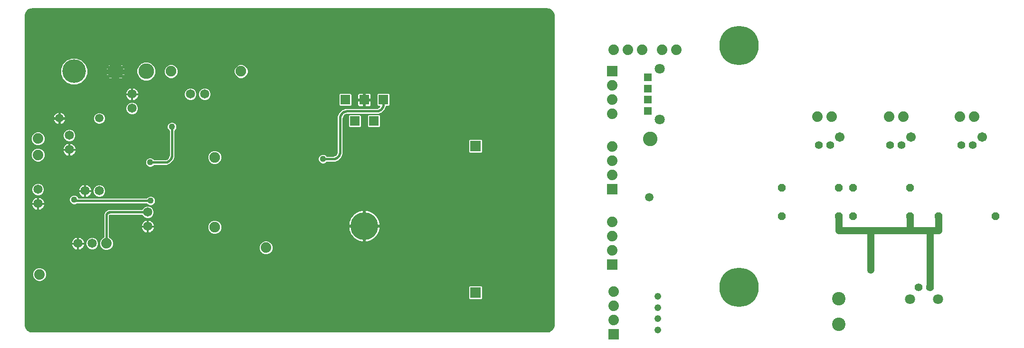
<source format=gbl>
G75*
G70*
%OFA0B0*%
%FSLAX24Y24*%
%IPPOS*%
%LPD*%
%AMOC8*
5,1,8,0,0,1.08239X$1,22.5*
%
%ADD10C,0.0740*%
%ADD11C,0.0650*%
%ADD12C,0.0750*%
%ADD13C,0.0594*%
%ADD14R,0.0673X0.0673*%
%ADD15C,0.1950*%
%ADD16R,0.0750X0.0750*%
%ADD17C,0.1095*%
%ADD18C,0.1660*%
%ADD19R,0.0555X0.0555*%
%ADD20C,0.0712*%
%ADD21C,0.1020*%
%ADD22C,0.0476*%
%ADD23R,0.0740X0.0740*%
%ADD24C,0.0555*%
%ADD25C,0.0673*%
%ADD26OC8,0.0560*%
%ADD27C,0.0945*%
%ADD28C,0.0436*%
%ADD29C,0.0160*%
%ADD30C,0.0100*%
%ADD31C,0.0476*%
%ADD32C,0.0080*%
%ADD33C,0.0180*%
%ADD34R,0.0436X0.0436*%
%ADD35C,0.0500*%
%ADD36C,0.2762*%
D10*
X002031Y005656D03*
X002031Y006796D03*
X006731Y007826D03*
X017931Y007526D03*
X001931Y014056D03*
X001931Y015196D03*
X042231Y014626D03*
X042231Y013626D03*
X042231Y012626D03*
X042231Y009326D03*
X042231Y008326D03*
X042231Y007326D03*
X042331Y004426D03*
X042331Y003426D03*
X042331Y002426D03*
X056641Y016726D03*
X057641Y016726D03*
X061681Y016726D03*
X062681Y016726D03*
X066631Y016726D03*
X067631Y016726D03*
X046731Y021426D03*
X045731Y021426D03*
X044331Y021426D03*
X043331Y021426D03*
X042331Y021426D03*
X042231Y018926D03*
X042231Y017926D03*
X042231Y016926D03*
D11*
X013631Y018326D03*
X012631Y018326D03*
X008531Y018326D03*
X008531Y017326D03*
X004131Y015426D03*
X004131Y014426D03*
X005231Y011526D03*
X006231Y011526D03*
X009631Y010026D03*
X009631Y009026D03*
X005731Y007826D03*
X004731Y007826D03*
X001931Y010626D03*
X001931Y011626D03*
D12*
X014331Y013876D03*
X014331Y008975D03*
X016182Y019926D03*
X011280Y019926D03*
D13*
X006231Y016626D03*
X003431Y016626D03*
X044833Y011078D03*
D14*
X026171Y017926D03*
X024831Y017926D03*
X023491Y017926D03*
X024161Y016426D03*
X025501Y016426D03*
D15*
X024831Y009056D03*
D16*
X032631Y004376D03*
X032631Y014676D03*
D17*
X009529Y019926D03*
X007364Y019926D03*
D18*
X004461Y019926D03*
D19*
X044731Y019507D03*
X044731Y018719D03*
X044731Y017932D03*
X044731Y017145D03*
D20*
X045577Y016554D03*
X045577Y020097D03*
X063147Y003899D03*
X065115Y003899D03*
D21*
X044892Y015173D03*
D22*
X045431Y004107D03*
X045431Y003319D03*
X045431Y002532D03*
X045431Y001745D03*
D23*
X042331Y001426D03*
X042231Y006326D03*
X042231Y011626D03*
X042231Y019926D03*
D24*
X056737Y014726D03*
X057525Y014726D03*
X061737Y014726D03*
X062525Y014726D03*
X066737Y014726D03*
X067525Y014726D03*
X064525Y004726D03*
X063737Y004726D03*
D25*
X063194Y015316D03*
X058194Y015316D03*
X068194Y015316D03*
D26*
X063131Y011726D03*
X059131Y011726D03*
X058131Y011726D03*
X054131Y011726D03*
X054131Y009726D03*
X058131Y009726D03*
X059131Y009726D03*
X063131Y009726D03*
X065131Y009726D03*
X069131Y009726D03*
D27*
X058131Y003926D03*
X058131Y002126D03*
X028701Y002749D03*
X019001Y002749D03*
X027931Y017476D03*
X026131Y022799D03*
X016431Y022799D03*
D28*
X002831Y017626D03*
X011331Y016026D03*
X008031Y013826D03*
X008831Y013326D03*
X009811Y013526D03*
X004458Y010899D03*
X002931Y009126D03*
X009741Y007796D03*
X009831Y010826D03*
X021931Y013766D03*
X022601Y015676D03*
D29*
X011331Y016026D02*
X011331Y014026D01*
X011329Y013982D01*
X011323Y013939D01*
X011314Y013897D01*
X011301Y013855D01*
X011284Y013815D01*
X011264Y013776D01*
X011241Y013739D01*
X011214Y013705D01*
X011185Y013672D01*
X011152Y013643D01*
X011118Y013616D01*
X011081Y013593D01*
X011042Y013573D01*
X011002Y013556D01*
X010960Y013543D01*
X010918Y013534D01*
X010875Y013528D01*
X010831Y013526D01*
X009811Y013526D01*
X008831Y013426D02*
X008831Y013326D01*
X008031Y013826D02*
X007931Y013926D01*
X004760Y013155D02*
X004731Y013126D01*
X004760Y013156D02*
X004778Y013176D01*
X004794Y013198D01*
X004807Y013221D01*
X004817Y013246D01*
X004825Y013272D01*
X004829Y013299D01*
X004831Y013326D01*
X004458Y010899D02*
X004479Y010881D01*
X004502Y010864D01*
X004527Y010851D01*
X004552Y010840D01*
X004579Y010832D01*
X004607Y010828D01*
X004635Y010826D01*
X009831Y010826D01*
X009631Y010026D02*
X006981Y010026D01*
X006951Y010024D01*
X006921Y010019D01*
X006892Y010010D01*
X006865Y009997D01*
X006839Y009982D01*
X006815Y009963D01*
X006794Y009942D01*
X006775Y009918D01*
X006760Y009892D01*
X006747Y009865D01*
X006738Y009836D01*
X006733Y009806D01*
X006731Y009776D01*
X006731Y007826D01*
X009731Y007926D02*
X009736Y007919D01*
X009740Y007911D01*
X009741Y007902D01*
X009741Y007796D01*
X010531Y008026D02*
X010631Y008026D01*
X004458Y010899D02*
X004431Y010926D01*
X003431Y010226D02*
X002931Y010126D01*
X002931Y009126D01*
X002731Y007426D02*
X001431Y007426D01*
X001431Y006226D01*
X002731Y006226D01*
X002731Y007426D01*
X002731Y007384D02*
X001431Y007384D01*
X001431Y007226D02*
X002731Y007226D01*
X002731Y007067D02*
X001431Y007067D01*
X001431Y006909D02*
X002731Y006909D01*
X002731Y006750D02*
X001431Y006750D01*
X001431Y006592D02*
X002731Y006592D01*
X002731Y006433D02*
X001431Y006433D01*
X001431Y006275D02*
X002731Y006275D01*
X002831Y017626D02*
X002831Y017726D01*
D30*
X001148Y001804D02*
X001210Y001743D01*
X001281Y001693D01*
X001360Y001656D01*
X001444Y001633D01*
X001531Y001626D01*
X037631Y001626D01*
X037718Y001633D01*
X037802Y001656D01*
X037881Y001693D01*
X037952Y001743D01*
X038014Y001804D01*
X038064Y001876D01*
X038101Y001955D01*
X038123Y002039D01*
X038131Y002126D01*
X038131Y023826D01*
X038123Y023912D01*
X038101Y023997D01*
X038064Y024076D01*
X038014Y024147D01*
X037952Y024209D01*
X037881Y024259D01*
X037802Y024296D01*
X037718Y024318D01*
X037631Y024326D01*
X001531Y024326D01*
X001444Y024318D01*
X001360Y024296D01*
X001281Y024259D01*
X001210Y024209D01*
X001148Y024147D01*
X001098Y024076D01*
X001061Y023997D01*
X001039Y023912D01*
X001031Y023826D01*
X001031Y002126D01*
X001039Y002039D01*
X001061Y001955D01*
X001098Y001876D01*
X001148Y001804D01*
X001144Y001810D02*
X038018Y001810D01*
X038079Y001908D02*
X001083Y001908D01*
X001047Y002007D02*
X038115Y002007D01*
X038129Y002105D02*
X001033Y002105D01*
X001031Y002204D02*
X038131Y002204D01*
X038131Y002302D02*
X001031Y002302D01*
X001031Y002401D02*
X038131Y002401D01*
X038131Y002499D02*
X001031Y002499D01*
X001031Y002598D02*
X038131Y002598D01*
X038131Y002697D02*
X001031Y002697D01*
X001031Y002795D02*
X038131Y002795D01*
X038131Y002894D02*
X001031Y002894D01*
X001031Y002992D02*
X038131Y002992D01*
X038131Y003091D02*
X001031Y003091D01*
X001031Y003189D02*
X038131Y003189D01*
X038131Y003288D02*
X001031Y003288D01*
X001031Y003386D02*
X038131Y003386D01*
X038131Y003485D02*
X001031Y003485D01*
X001031Y003583D02*
X038131Y003583D01*
X038131Y003682D02*
X001031Y003682D01*
X001031Y003781D02*
X038131Y003781D01*
X038131Y003879D02*
X033068Y003879D01*
X033060Y003871D02*
X033136Y003947D01*
X033136Y004804D01*
X033060Y004881D01*
X032202Y004881D01*
X032126Y004804D01*
X032126Y003947D01*
X032202Y003871D01*
X033060Y003871D01*
X033136Y003978D02*
X038131Y003978D01*
X038131Y004076D02*
X033136Y004076D01*
X033136Y004175D02*
X038131Y004175D01*
X038131Y004273D02*
X033136Y004273D01*
X033136Y004372D02*
X038131Y004372D01*
X038131Y004470D02*
X033136Y004470D01*
X033136Y004569D02*
X038131Y004569D01*
X038131Y004667D02*
X033136Y004667D01*
X033136Y004766D02*
X038131Y004766D01*
X038131Y004864D02*
X033076Y004864D01*
X032186Y004864D02*
X001031Y004864D01*
X001031Y004766D02*
X032126Y004766D01*
X032126Y004667D02*
X001031Y004667D01*
X001031Y004569D02*
X032126Y004569D01*
X032126Y004470D02*
X001031Y004470D01*
X001031Y004372D02*
X032126Y004372D01*
X032126Y004273D02*
X001031Y004273D01*
X001031Y004175D02*
X032126Y004175D01*
X032126Y004076D02*
X001031Y004076D01*
X001031Y003978D02*
X032126Y003978D01*
X032194Y003879D02*
X001031Y003879D01*
X001031Y004963D02*
X038131Y004963D01*
X038131Y005062D02*
X001031Y005062D01*
X001031Y005160D02*
X001921Y005160D01*
X001932Y005156D02*
X002130Y005156D01*
X002314Y005232D01*
X002455Y005372D01*
X002531Y005556D01*
X002531Y005755D01*
X002455Y005939D01*
X002314Y006080D01*
X002130Y006156D01*
X001932Y006156D01*
X001748Y006080D01*
X001607Y005939D01*
X001531Y005755D01*
X001531Y005556D01*
X001607Y005372D01*
X001748Y005232D01*
X001932Y005156D01*
X002141Y005160D02*
X038131Y005160D01*
X038131Y005259D02*
X002341Y005259D01*
X002440Y005357D02*
X038131Y005357D01*
X038131Y005456D02*
X002489Y005456D01*
X002530Y005554D02*
X038131Y005554D01*
X038131Y005653D02*
X002531Y005653D01*
X002531Y005751D02*
X038131Y005751D01*
X038131Y005850D02*
X002492Y005850D01*
X002445Y005948D02*
X038131Y005948D01*
X038131Y006047D02*
X002347Y006047D01*
X002155Y006146D02*
X038131Y006146D01*
X038131Y006244D02*
X001031Y006244D01*
X001031Y006146D02*
X001907Y006146D01*
X001909Y006288D02*
X001981Y006277D01*
X001981Y006745D01*
X002081Y006745D01*
X002081Y006277D01*
X002153Y006288D01*
X002231Y006314D01*
X002304Y006351D01*
X002370Y006399D01*
X002428Y006457D01*
X002476Y006523D01*
X002513Y006596D01*
X002538Y006674D01*
X002550Y006746D01*
X002081Y006746D01*
X002081Y006846D01*
X001981Y006846D01*
X001981Y007314D01*
X001909Y007303D01*
X001831Y007278D01*
X001758Y007240D01*
X001692Y007192D01*
X001634Y007134D01*
X001586Y007068D01*
X001549Y006995D01*
X001524Y006917D01*
X001512Y006846D01*
X001981Y006846D01*
X001981Y006746D01*
X001512Y006746D01*
X001524Y006674D01*
X001549Y006596D01*
X001586Y006523D01*
X001634Y006457D01*
X001692Y006399D01*
X001758Y006351D01*
X001831Y006314D01*
X001909Y006288D01*
X001981Y006343D02*
X002081Y006343D01*
X002081Y006441D02*
X001981Y006441D01*
X001981Y006540D02*
X002081Y006540D01*
X002081Y006638D02*
X001981Y006638D01*
X001981Y006737D02*
X002081Y006737D01*
X002081Y006835D02*
X038131Y006835D01*
X038131Y006737D02*
X002548Y006737D01*
X002527Y006638D02*
X038131Y006638D01*
X038131Y006540D02*
X002484Y006540D01*
X002412Y006441D02*
X038131Y006441D01*
X038131Y006343D02*
X002287Y006343D01*
X001775Y006343D02*
X001031Y006343D01*
X001031Y006441D02*
X001650Y006441D01*
X001578Y006540D02*
X001031Y006540D01*
X001031Y006638D02*
X001535Y006638D01*
X001514Y006737D02*
X001031Y006737D01*
X001031Y006835D02*
X001981Y006835D01*
X001981Y006934D02*
X002081Y006934D01*
X002081Y006846D02*
X002081Y007314D01*
X002153Y007303D01*
X002231Y007278D01*
X002304Y007240D01*
X002370Y007192D01*
X002428Y007134D01*
X002476Y007068D01*
X002513Y006995D01*
X002538Y006917D01*
X002550Y006846D01*
X002081Y006846D01*
X002081Y007032D02*
X001981Y007032D01*
X001981Y007131D02*
X002081Y007131D01*
X002081Y007230D02*
X001981Y007230D01*
X001744Y007230D02*
X001031Y007230D01*
X001031Y007328D02*
X006626Y007328D01*
X006632Y007326D02*
X006830Y007326D01*
X007014Y007402D01*
X007155Y007542D01*
X007231Y007726D01*
X007231Y007925D01*
X007155Y008109D01*
X007014Y008250D01*
X006941Y008280D01*
X006941Y009689D01*
X006941Y009776D01*
X006942Y009786D01*
X006953Y009804D01*
X006971Y009814D01*
X006981Y009816D01*
X009226Y009816D01*
X009245Y009768D01*
X009373Y009640D01*
X009540Y009571D01*
X009722Y009571D01*
X009889Y009640D01*
X010017Y009768D01*
X010086Y009935D01*
X010086Y010116D01*
X010017Y010283D01*
X009889Y010411D01*
X009722Y010481D01*
X009540Y010481D01*
X009373Y010411D01*
X009245Y010283D01*
X009226Y010236D01*
X006894Y010236D01*
X006858Y010236D01*
X006644Y010112D01*
X006521Y009899D01*
X006521Y009899D01*
X006521Y009863D01*
X006521Y009780D01*
X006521Y009776D01*
X006521Y009689D01*
X006521Y008280D01*
X006448Y008250D01*
X006307Y008109D01*
X006231Y007925D01*
X006231Y007726D01*
X006307Y007542D01*
X006448Y007402D01*
X006632Y007326D01*
X006836Y007328D02*
X017472Y007328D01*
X017507Y007242D02*
X017648Y007102D01*
X017832Y007026D01*
X018030Y007026D01*
X018214Y007102D01*
X018355Y007242D01*
X018431Y007426D01*
X018431Y007625D01*
X018355Y007809D01*
X018214Y007950D01*
X018030Y008026D01*
X017832Y008026D01*
X017648Y007950D01*
X017507Y007809D01*
X017431Y007625D01*
X017431Y007426D01*
X017507Y007242D01*
X017520Y007230D02*
X002319Y007230D01*
X002430Y007131D02*
X017619Y007131D01*
X017815Y007032D02*
X002494Y007032D01*
X002533Y006934D02*
X038131Y006934D01*
X038131Y007032D02*
X018047Y007032D01*
X018243Y007131D02*
X038131Y007131D01*
X038131Y007230D02*
X018342Y007230D01*
X018390Y007328D02*
X038131Y007328D01*
X038131Y007427D02*
X018431Y007427D01*
X018431Y007525D02*
X038131Y007525D01*
X038131Y007624D02*
X018431Y007624D01*
X018391Y007722D02*
X038131Y007722D01*
X038131Y007821D02*
X018343Y007821D01*
X018244Y007919D02*
X038131Y007919D01*
X038131Y008018D02*
X025269Y008018D01*
X025262Y008015D02*
X025376Y008069D01*
X025483Y008137D01*
X025582Y008215D01*
X025671Y008305D01*
X025750Y008404D01*
X025817Y008511D01*
X038131Y008511D01*
X038131Y008609D02*
X025865Y008609D01*
X025872Y008624D02*
X025914Y008744D01*
X025942Y008867D01*
X025956Y008992D01*
X025956Y009006D01*
X024881Y009006D01*
X024881Y009106D01*
X024781Y009106D01*
X024781Y010181D01*
X024768Y010181D01*
X024642Y010166D01*
X024519Y010138D01*
X024400Y010097D01*
X024286Y010042D01*
X024179Y009975D01*
X024080Y009896D01*
X023991Y009806D01*
X023912Y009708D01*
X023845Y009601D01*
X023790Y009487D01*
X023748Y009368D01*
X023720Y009244D01*
X023706Y009119D01*
X023706Y009106D01*
X024781Y009106D01*
X024781Y009006D01*
X023706Y009006D01*
X023706Y008992D01*
X023720Y008867D01*
X023748Y008744D01*
X023790Y008624D01*
X023845Y008511D01*
X014530Y008511D01*
X014617Y008547D02*
X014431Y008470D01*
X014231Y008470D01*
X014045Y008547D01*
X013903Y008689D01*
X013826Y008874D01*
X013826Y009075D01*
X013903Y009261D01*
X014045Y009403D01*
X014231Y009480D01*
X014431Y009480D01*
X014617Y009403D01*
X014759Y009261D01*
X014836Y009075D01*
X014836Y008874D01*
X014759Y008689D01*
X014617Y008547D01*
X014679Y008609D02*
X023797Y008609D01*
X023761Y008708D02*
X014767Y008708D01*
X014808Y008806D02*
X023734Y008806D01*
X023716Y008905D02*
X014836Y008905D01*
X014836Y009003D02*
X023706Y009003D01*
X023715Y009200D02*
X014784Y009200D01*
X014825Y009102D02*
X024781Y009102D01*
X024781Y009005D02*
X024881Y009005D01*
X024881Y007931D01*
X024894Y007931D01*
X025020Y007945D01*
X025143Y007973D01*
X025262Y008015D01*
X025451Y008116D02*
X038131Y008116D01*
X038131Y008215D02*
X025581Y008215D01*
X025678Y008314D02*
X038131Y008314D01*
X038131Y008412D02*
X025755Y008412D01*
X025817Y008511D02*
X025872Y008624D01*
X025901Y008708D02*
X038131Y008708D01*
X038131Y008806D02*
X025928Y008806D01*
X025946Y008905D02*
X038131Y008905D01*
X038131Y009003D02*
X025956Y009003D01*
X025956Y009106D02*
X024881Y009106D01*
X024881Y010181D01*
X024894Y010181D01*
X025020Y010166D01*
X025143Y010138D01*
X025262Y010097D01*
X025376Y010042D01*
X025483Y009975D01*
X025582Y009896D01*
X025671Y009806D01*
X025750Y009708D01*
X025817Y009601D01*
X025872Y009487D01*
X025914Y009368D01*
X025942Y009244D01*
X025956Y009119D01*
X025956Y009106D01*
X025947Y009200D02*
X038131Y009200D01*
X038131Y009102D02*
X024881Y009102D01*
X024881Y009200D02*
X024781Y009200D01*
X024781Y009299D02*
X024881Y009299D01*
X024881Y009397D02*
X024781Y009397D01*
X024781Y009496D02*
X024881Y009496D01*
X024881Y009595D02*
X024781Y009595D01*
X024781Y009693D02*
X024881Y009693D01*
X024881Y009792D02*
X024781Y009792D01*
X024781Y009890D02*
X024881Y009890D01*
X024881Y009989D02*
X024781Y009989D01*
X024781Y010087D02*
X024881Y010087D01*
X025282Y010087D02*
X038131Y010087D01*
X038131Y009989D02*
X025461Y009989D01*
X025587Y009890D02*
X038131Y009890D01*
X038131Y009792D02*
X025683Y009792D01*
X025759Y009693D02*
X038131Y009693D01*
X038131Y009595D02*
X025820Y009595D01*
X025868Y009496D02*
X038131Y009496D01*
X038131Y009397D02*
X025903Y009397D01*
X025929Y009299D02*
X038131Y009299D01*
X038131Y010186D02*
X010057Y010186D01*
X010086Y010087D02*
X024380Y010087D01*
X024201Y009989D02*
X010086Y009989D01*
X010067Y009890D02*
X024075Y009890D01*
X023979Y009792D02*
X010027Y009792D01*
X009942Y009693D02*
X023903Y009693D01*
X023842Y009595D02*
X009779Y009595D01*
X009742Y009489D02*
X009668Y009501D01*
X009650Y009501D01*
X009650Y009045D01*
X009612Y009045D01*
X009612Y009501D01*
X009594Y009501D01*
X009520Y009489D01*
X009449Y009466D01*
X009382Y009432D01*
X009322Y009388D01*
X009269Y009335D01*
X009225Y009275D01*
X009191Y009208D01*
X009168Y009137D01*
X009156Y009063D01*
X009156Y009045D01*
X009612Y009045D01*
X009612Y009007D01*
X009156Y009007D01*
X009156Y008988D01*
X009168Y008914D01*
X009191Y008843D01*
X009225Y008777D01*
X009269Y008716D01*
X009322Y008663D01*
X009382Y008619D01*
X009449Y008585D01*
X009520Y008562D01*
X009594Y008551D01*
X009612Y008551D01*
X009612Y009006D01*
X009650Y009006D01*
X009650Y008551D01*
X009668Y008551D01*
X009742Y008562D01*
X009813Y008585D01*
X009880Y008619D01*
X009940Y008663D01*
X009993Y008716D01*
X010037Y008777D01*
X010071Y008843D01*
X010094Y008914D01*
X010106Y008988D01*
X010106Y009007D01*
X009650Y009007D01*
X009650Y009045D01*
X010106Y009045D01*
X010106Y009063D01*
X010094Y009137D01*
X010071Y009208D01*
X010037Y009275D01*
X009993Y009335D01*
X009940Y009388D01*
X009880Y009432D01*
X009813Y009466D01*
X009742Y009489D01*
X009698Y009496D02*
X023794Y009496D01*
X023759Y009397D02*
X014623Y009397D01*
X014721Y009299D02*
X023733Y009299D01*
X024781Y009005D02*
X024781Y007931D01*
X024768Y007931D01*
X024642Y007945D01*
X024519Y007973D01*
X024400Y008015D01*
X024286Y008069D01*
X024179Y008137D01*
X024080Y008215D01*
X023991Y008305D01*
X023912Y008404D01*
X023845Y008511D01*
X023907Y008412D02*
X006941Y008412D01*
X006941Y008314D02*
X023984Y008314D01*
X024081Y008215D02*
X007049Y008215D01*
X007147Y008116D02*
X024211Y008116D01*
X024393Y008018D02*
X018049Y008018D01*
X017813Y008018D02*
X007193Y008018D01*
X007231Y007919D02*
X017618Y007919D01*
X017519Y007821D02*
X007231Y007821D01*
X007229Y007722D02*
X017471Y007722D01*
X017431Y007624D02*
X007189Y007624D01*
X007138Y007525D02*
X017431Y007525D01*
X017431Y007427D02*
X007039Y007427D01*
X006423Y007427D02*
X005957Y007427D01*
X005989Y007440D02*
X006117Y007568D01*
X006186Y007735D01*
X006186Y007916D01*
X006117Y008083D01*
X005989Y008211D01*
X005822Y008281D01*
X005640Y008281D01*
X005473Y008211D01*
X005345Y008083D01*
X005276Y007916D01*
X005276Y007735D01*
X005345Y007568D01*
X005473Y007440D01*
X005640Y007371D01*
X005822Y007371D01*
X005989Y007440D01*
X006074Y007525D02*
X006324Y007525D01*
X006273Y007624D02*
X006140Y007624D01*
X006181Y007722D02*
X006233Y007722D01*
X006231Y007821D02*
X006186Y007821D01*
X006185Y007919D02*
X006231Y007919D01*
X006269Y008018D02*
X006144Y008018D01*
X006084Y008116D02*
X006315Y008116D01*
X006413Y008215D02*
X005980Y008215D01*
X005482Y008215D02*
X005003Y008215D01*
X004980Y008232D02*
X004913Y008266D01*
X004842Y008289D01*
X004768Y008301D01*
X004750Y008301D01*
X004750Y007845D01*
X004712Y007845D01*
X004712Y008301D01*
X004694Y008301D01*
X004620Y008289D01*
X004549Y008266D01*
X004482Y008232D01*
X004422Y008188D01*
X004369Y008135D01*
X004325Y008075D01*
X004291Y008008D01*
X004268Y007937D01*
X004256Y007863D01*
X004256Y007845D01*
X004712Y007845D01*
X004712Y007807D01*
X004256Y007807D01*
X004256Y007788D01*
X004268Y007714D01*
X004291Y007643D01*
X004325Y007577D01*
X004369Y007516D01*
X004422Y007463D01*
X004482Y007419D01*
X004549Y007385D01*
X004620Y007362D01*
X004694Y007351D01*
X004712Y007351D01*
X004712Y007806D01*
X004750Y007806D01*
X004750Y007351D01*
X004768Y007351D01*
X004842Y007362D01*
X004913Y007385D01*
X004980Y007419D01*
X005040Y007463D01*
X005093Y007516D01*
X005137Y007577D01*
X005171Y007643D01*
X005194Y007714D01*
X005206Y007788D01*
X005206Y007807D01*
X004750Y007807D01*
X004750Y007845D01*
X005206Y007845D01*
X005206Y007863D01*
X005194Y007937D01*
X005171Y008008D01*
X005137Y008075D01*
X005093Y008135D01*
X005040Y008188D01*
X004980Y008232D01*
X005107Y008116D02*
X005378Y008116D01*
X005318Y008018D02*
X005166Y008018D01*
X005197Y007919D02*
X005277Y007919D01*
X005276Y007821D02*
X004750Y007821D01*
X004712Y007821D02*
X001031Y007821D01*
X001031Y007919D02*
X004265Y007919D01*
X004296Y008018D02*
X001031Y008018D01*
X001031Y008116D02*
X004355Y008116D01*
X004459Y008215D02*
X001031Y008215D01*
X001031Y008314D02*
X006521Y008314D01*
X006521Y008412D02*
X001031Y008412D01*
X001031Y008511D02*
X006521Y008511D01*
X006521Y008609D02*
X001031Y008609D01*
X001031Y008708D02*
X006521Y008708D01*
X006521Y008806D02*
X001031Y008806D01*
X001031Y008905D02*
X006521Y008905D01*
X006521Y009003D02*
X001031Y009003D01*
X001031Y009102D02*
X006521Y009102D01*
X006521Y009200D02*
X001031Y009200D01*
X001031Y009299D02*
X006521Y009299D01*
X006521Y009397D02*
X001031Y009397D01*
X001031Y009496D02*
X006521Y009496D01*
X006521Y009595D02*
X001031Y009595D01*
X001031Y009693D02*
X006521Y009693D01*
X006521Y009792D02*
X001031Y009792D01*
X001031Y009890D02*
X006521Y009890D01*
X006573Y009989D02*
X001031Y009989D01*
X001031Y010087D02*
X006630Y010087D01*
X006644Y010112D02*
X006644Y010112D01*
X006644Y010112D01*
X006772Y010186D02*
X002114Y010186D01*
X002113Y010185D02*
X002180Y010219D01*
X002240Y010263D01*
X002293Y010316D01*
X002337Y010377D01*
X002371Y010443D01*
X002394Y010514D01*
X002406Y010588D01*
X002406Y010607D01*
X001950Y010607D01*
X001950Y010645D01*
X001912Y010645D01*
X001912Y011101D01*
X001894Y011101D01*
X001820Y011089D01*
X001749Y011066D01*
X001682Y011032D01*
X001622Y010988D01*
X001569Y010935D01*
X001525Y010875D01*
X001491Y010808D01*
X001468Y010737D01*
X001456Y010663D01*
X001456Y010645D01*
X001912Y010645D01*
X001912Y010607D01*
X001456Y010607D01*
X001456Y010588D01*
X001468Y010514D01*
X001491Y010443D01*
X001525Y010377D01*
X001569Y010316D01*
X001622Y010263D01*
X001682Y010219D01*
X001749Y010185D01*
X001820Y010162D01*
X001894Y010151D01*
X001912Y010151D01*
X001912Y010606D01*
X001950Y010606D01*
X001950Y010151D01*
X001968Y010151D01*
X002042Y010162D01*
X002113Y010185D01*
X001950Y010186D02*
X001912Y010186D01*
X001912Y010284D02*
X001950Y010284D01*
X001950Y010383D02*
X001912Y010383D01*
X001912Y010481D02*
X001950Y010481D01*
X001950Y010580D02*
X001912Y010580D01*
X001950Y010645D02*
X002406Y010645D01*
X002406Y010663D01*
X002394Y010737D01*
X002371Y010808D01*
X002337Y010875D01*
X002293Y010935D01*
X002240Y010988D01*
X002180Y011032D01*
X002113Y011066D01*
X002042Y011089D01*
X001968Y011101D01*
X001950Y011101D01*
X001950Y010645D01*
X001950Y010679D02*
X001912Y010679D01*
X001912Y010777D02*
X001950Y010777D01*
X001950Y010876D02*
X001912Y010876D01*
X001912Y010974D02*
X001950Y010974D01*
X001950Y011073D02*
X001912Y011073D01*
X001840Y011171D02*
X002022Y011171D01*
X002189Y011240D01*
X002317Y011368D01*
X002386Y011535D01*
X002386Y011716D01*
X002317Y011883D01*
X002189Y012011D01*
X002022Y012081D01*
X001840Y012081D01*
X001673Y012011D01*
X001545Y011883D01*
X001476Y011716D01*
X001476Y011535D01*
X001545Y011368D01*
X001673Y011240D01*
X001840Y011171D01*
X001839Y011171D02*
X001031Y011171D01*
X001031Y011073D02*
X001770Y011073D01*
X001608Y010974D02*
X001031Y010974D01*
X001031Y010876D02*
X001526Y010876D01*
X001481Y010777D02*
X001031Y010777D01*
X001031Y010679D02*
X001459Y010679D01*
X001457Y010580D02*
X001031Y010580D01*
X001031Y010481D02*
X001478Y010481D01*
X001522Y010383D02*
X001031Y010383D01*
X001031Y010284D02*
X001601Y010284D01*
X001748Y010186D02*
X001031Y010186D01*
X002261Y010284D02*
X009246Y010284D01*
X009345Y010383D02*
X002340Y010383D01*
X002384Y010481D02*
X009752Y010481D01*
X009762Y010478D02*
X009900Y010478D01*
X010028Y010531D01*
X010126Y010628D01*
X010179Y010756D01*
X010179Y010895D01*
X010126Y011023D01*
X010028Y011121D01*
X009900Y011174D01*
X009762Y011174D01*
X009634Y011121D01*
X009549Y011036D01*
X004778Y011036D01*
X004753Y011096D01*
X004655Y011194D01*
X004527Y011247D01*
X004389Y011247D01*
X004261Y011194D01*
X004163Y011096D01*
X004110Y010968D01*
X004110Y010830D01*
X004163Y010702D01*
X004261Y010604D01*
X004389Y010551D01*
X004527Y010551D01*
X004655Y010604D01*
X004667Y010616D01*
X004722Y010616D01*
X009549Y010616D01*
X009634Y010531D01*
X009762Y010478D01*
X009910Y010481D02*
X038131Y010481D01*
X038131Y010383D02*
X009917Y010383D01*
X010016Y010284D02*
X038131Y010284D01*
X038131Y010580D02*
X010078Y010580D01*
X010147Y010679D02*
X038131Y010679D01*
X038131Y010777D02*
X010179Y010777D01*
X010179Y010876D02*
X038131Y010876D01*
X038131Y010974D02*
X010146Y010974D01*
X010076Y011073D02*
X038131Y011073D01*
X038131Y011171D02*
X009906Y011171D01*
X009756Y011171D02*
X006520Y011171D01*
X006489Y011140D02*
X006617Y011268D01*
X006686Y011435D01*
X006686Y011616D01*
X006617Y011783D01*
X006489Y011911D01*
X006322Y011981D01*
X006140Y011981D01*
X005973Y011911D01*
X005845Y011783D01*
X005776Y011616D01*
X005776Y011435D01*
X005845Y011268D01*
X005973Y011140D01*
X006140Y011071D01*
X006322Y011071D01*
X006489Y011140D01*
X006326Y011073D02*
X009586Y011073D01*
X009584Y010580D02*
X004598Y010580D01*
X004318Y010580D02*
X002405Y010580D01*
X002404Y010679D02*
X004186Y010679D01*
X004131Y010777D02*
X002381Y010777D01*
X002337Y010876D02*
X004110Y010876D01*
X004112Y010974D02*
X002254Y010974D01*
X002092Y011073D02*
X004153Y011073D01*
X004238Y011171D02*
X002023Y011171D01*
X002219Y011270D02*
X004830Y011270D01*
X004825Y011277D02*
X004869Y011216D01*
X004922Y011163D01*
X004982Y011119D01*
X005049Y011085D01*
X005120Y011062D01*
X005194Y011051D01*
X005212Y011051D01*
X005212Y011506D01*
X005250Y011506D01*
X005250Y011051D01*
X005268Y011051D01*
X005342Y011062D01*
X005413Y011085D01*
X005480Y011119D01*
X005540Y011163D01*
X005593Y011216D01*
X005637Y011277D01*
X005671Y011343D01*
X005694Y011414D01*
X005706Y011488D01*
X005706Y011507D01*
X005250Y011507D01*
X005250Y011545D01*
X005212Y011545D01*
X005212Y012001D01*
X005194Y012001D01*
X005120Y011989D01*
X005049Y011966D01*
X004982Y011932D01*
X004922Y011888D01*
X004869Y011835D01*
X004825Y011775D01*
X004791Y011708D01*
X004768Y011637D01*
X004756Y011563D01*
X004756Y011545D01*
X005212Y011545D01*
X005212Y011507D01*
X004756Y011507D01*
X004756Y011488D01*
X004768Y011414D01*
X004791Y011343D01*
X004825Y011277D01*
X004783Y011368D02*
X002317Y011368D01*
X002358Y011467D02*
X004759Y011467D01*
X004756Y011565D02*
X002386Y011565D01*
X002386Y011664D02*
X004777Y011664D01*
X004819Y011763D02*
X002367Y011763D01*
X002326Y011861D02*
X004895Y011861D01*
X005036Y011960D02*
X002241Y011960D01*
X002076Y012058D02*
X038131Y012058D01*
X038131Y011960D02*
X006372Y011960D01*
X006539Y011861D02*
X038131Y011861D01*
X038131Y011763D02*
X006625Y011763D01*
X006666Y011664D02*
X038131Y011664D01*
X038131Y011565D02*
X006686Y011565D01*
X006686Y011467D02*
X038131Y011467D01*
X038131Y011368D02*
X006658Y011368D01*
X006617Y011270D02*
X038131Y011270D01*
X038131Y012157D02*
X001031Y012157D01*
X001031Y012255D02*
X038131Y012255D01*
X038131Y012354D02*
X001031Y012354D01*
X001031Y012452D02*
X038131Y012452D01*
X038131Y012551D02*
X001031Y012551D01*
X001031Y012649D02*
X038131Y012649D01*
X038131Y012748D02*
X001031Y012748D01*
X001031Y012846D02*
X038131Y012846D01*
X038131Y012945D02*
X001031Y012945D01*
X001031Y013044D02*
X038131Y013044D01*
X038131Y013142D02*
X001031Y013142D01*
X001031Y013241D02*
X009604Y013241D01*
X009614Y013231D02*
X009742Y013178D01*
X009880Y013178D01*
X010008Y013231D01*
X010093Y013316D01*
X010918Y013316D01*
X010972Y013316D01*
X010972Y013316D01*
X011233Y013424D01*
X011433Y013623D01*
X011433Y013624D01*
X011541Y013884D01*
X011541Y013884D01*
X011541Y014026D01*
X011541Y014113D01*
X011541Y015743D01*
X011626Y015828D01*
X011679Y015956D01*
X011679Y016095D01*
X011626Y016223D01*
X011528Y016321D01*
X011400Y016374D01*
X011262Y016374D01*
X011134Y016321D01*
X011036Y016223D01*
X010983Y016095D01*
X010983Y015956D01*
X011036Y015828D01*
X011121Y015743D01*
X011121Y014113D01*
X011121Y014026D01*
X011115Y013969D01*
X011072Y013865D01*
X010992Y013785D01*
X010888Y013741D01*
X010831Y013736D01*
X010093Y013736D01*
X010008Y013821D01*
X009880Y013874D01*
X009742Y013874D01*
X009614Y013821D01*
X009516Y013723D01*
X009463Y013595D01*
X009463Y013456D01*
X009516Y013328D01*
X009614Y013231D01*
X009511Y013339D02*
X001031Y013339D01*
X001031Y013438D02*
X009471Y013438D01*
X009463Y013536D02*
X001031Y013536D01*
X001031Y013635D02*
X001645Y013635D01*
X001648Y013632D02*
X001832Y013556D01*
X002030Y013556D01*
X002214Y013632D01*
X002355Y013772D01*
X002431Y013956D01*
X002431Y014155D01*
X002355Y014339D01*
X002214Y014480D01*
X002030Y014556D01*
X001832Y014556D01*
X001648Y014480D01*
X001507Y014339D01*
X001431Y014155D01*
X001431Y013956D01*
X001507Y013772D01*
X001648Y013632D01*
X001546Y013733D02*
X001031Y013733D01*
X001031Y013832D02*
X001482Y013832D01*
X001442Y013930D02*
X001031Y013930D01*
X001031Y014029D02*
X001431Y014029D01*
X001431Y014128D02*
X001031Y014128D01*
X001031Y014226D02*
X001460Y014226D01*
X001501Y014325D02*
X001031Y014325D01*
X001031Y014423D02*
X001591Y014423D01*
X001750Y014522D02*
X001031Y014522D01*
X001031Y014620D02*
X003697Y014620D01*
X003691Y014608D02*
X003668Y014537D01*
X003656Y014463D01*
X003656Y014445D01*
X004112Y014445D01*
X004112Y014901D01*
X004094Y014901D01*
X004020Y014889D01*
X003949Y014866D01*
X003882Y014832D01*
X003822Y014788D01*
X003769Y014735D01*
X003725Y014675D01*
X003691Y014608D01*
X003665Y014522D02*
X002112Y014522D01*
X002271Y014423D02*
X004112Y014423D01*
X004112Y014407D02*
X003656Y014407D01*
X003656Y014388D01*
X003668Y014314D01*
X003691Y014243D01*
X003725Y014177D01*
X003769Y014116D01*
X003822Y014063D01*
X003882Y014019D01*
X003949Y013985D01*
X004020Y013962D01*
X004094Y013951D01*
X004112Y013951D01*
X004112Y014406D01*
X004150Y014406D01*
X004150Y013951D01*
X004168Y013951D01*
X004242Y013962D01*
X004313Y013985D01*
X004380Y014019D01*
X004440Y014063D01*
X004493Y014116D01*
X004537Y014177D01*
X004571Y014243D01*
X004594Y014314D01*
X004606Y014388D01*
X004606Y014407D01*
X004150Y014407D01*
X004150Y014445D01*
X004112Y014445D01*
X004112Y014407D01*
X004150Y014423D02*
X011121Y014423D01*
X011121Y014325D02*
X004596Y014325D01*
X004562Y014226D02*
X011121Y014226D01*
X011121Y014128D02*
X004502Y014128D01*
X004393Y014029D02*
X011121Y014029D01*
X011099Y013930D02*
X002420Y013930D01*
X002431Y014029D02*
X003869Y014029D01*
X003760Y014128D02*
X002431Y014128D01*
X002402Y014226D02*
X003700Y014226D01*
X003666Y014325D02*
X002361Y014325D01*
X002214Y014772D02*
X002030Y014696D01*
X001832Y014696D01*
X001648Y014772D01*
X001507Y014912D01*
X001431Y015096D01*
X001431Y015295D01*
X001507Y015479D01*
X001648Y015620D01*
X001832Y015696D01*
X002030Y015696D01*
X002214Y015620D01*
X002355Y015479D01*
X002431Y015295D01*
X002431Y015096D01*
X002355Y014912D01*
X002214Y014772D01*
X002260Y014817D02*
X003862Y014817D01*
X003757Y014719D02*
X002086Y014719D01*
X001776Y014719D02*
X001031Y014719D01*
X001031Y014817D02*
X001602Y014817D01*
X001506Y014916D02*
X001031Y014916D01*
X001031Y015014D02*
X001465Y015014D01*
X001431Y015113D02*
X001031Y015113D01*
X001031Y015212D02*
X001431Y015212D01*
X001437Y015310D02*
X001031Y015310D01*
X001031Y015409D02*
X001478Y015409D01*
X001535Y015507D02*
X001031Y015507D01*
X001031Y015606D02*
X001634Y015606D01*
X002228Y015606D02*
X003713Y015606D01*
X003745Y015683D02*
X003676Y015516D01*
X003676Y015335D01*
X003745Y015168D01*
X003873Y015040D01*
X004040Y014971D01*
X004222Y014971D01*
X004389Y015040D01*
X004517Y015168D01*
X004586Y015335D01*
X004586Y015516D01*
X004517Y015683D01*
X004389Y015811D01*
X004222Y015881D01*
X004040Y015881D01*
X003873Y015811D01*
X003745Y015683D01*
X003766Y015704D02*
X001031Y015704D01*
X001031Y015803D02*
X003865Y015803D01*
X003665Y016243D02*
X003722Y016285D01*
X003772Y016334D01*
X003813Y016391D01*
X003845Y016454D01*
X003867Y016521D01*
X003878Y016587D01*
X003470Y016587D01*
X003470Y016664D01*
X003878Y016664D01*
X003867Y016730D01*
X003845Y016797D01*
X003813Y016860D01*
X003772Y016917D01*
X003722Y016967D01*
X003665Y017008D01*
X003603Y017040D01*
X003536Y017062D01*
X003470Y017072D01*
X003470Y016664D01*
X003392Y016664D01*
X003392Y016587D01*
X002984Y016587D01*
X002995Y016521D01*
X003017Y016454D01*
X003049Y016391D01*
X003090Y016334D01*
X003140Y016285D01*
X003197Y016243D01*
X003259Y016211D01*
X003326Y016190D01*
X003392Y016179D01*
X003392Y016587D01*
X003470Y016587D01*
X003470Y016179D01*
X003536Y016190D01*
X003603Y016211D01*
X003665Y016243D01*
X003733Y016296D02*
X005957Y016296D01*
X005989Y016264D02*
X005869Y016384D01*
X005804Y016541D01*
X005804Y016711D01*
X005869Y016868D01*
X005989Y016988D01*
X006146Y017053D01*
X006316Y017053D01*
X006473Y016988D01*
X006593Y016868D01*
X006658Y016711D01*
X006658Y016541D01*
X006593Y016384D01*
X006473Y016264D01*
X006316Y016199D01*
X006146Y016199D01*
X005989Y016264D01*
X005865Y016394D02*
X003815Y016394D01*
X003858Y016493D02*
X005824Y016493D01*
X005804Y016591D02*
X003470Y016591D01*
X003392Y016591D02*
X001031Y016591D01*
X001031Y016493D02*
X003004Y016493D01*
X003047Y016394D02*
X001031Y016394D01*
X001031Y016296D02*
X003129Y016296D01*
X003303Y016197D02*
X001031Y016197D01*
X001031Y016098D02*
X010984Y016098D01*
X010983Y016000D02*
X001031Y016000D01*
X001031Y015901D02*
X011006Y015901D01*
X011062Y015803D02*
X004397Y015803D01*
X004496Y015704D02*
X011121Y015704D01*
X011121Y015606D02*
X004549Y015606D01*
X004586Y015507D02*
X011121Y015507D01*
X011121Y015409D02*
X004586Y015409D01*
X004576Y015310D02*
X011121Y015310D01*
X011121Y015212D02*
X004535Y015212D01*
X004462Y015113D02*
X011121Y015113D01*
X011121Y015014D02*
X004327Y015014D01*
X004313Y014866D02*
X004242Y014889D01*
X004168Y014901D01*
X004150Y014901D01*
X004150Y014445D01*
X004606Y014445D01*
X004606Y014463D01*
X004594Y014537D01*
X004571Y014608D01*
X004537Y014675D01*
X004493Y014735D01*
X004440Y014788D01*
X004380Y014832D01*
X004313Y014866D01*
X004400Y014817D02*
X011121Y014817D01*
X011121Y014719D02*
X004505Y014719D01*
X004565Y014620D02*
X011121Y014620D01*
X011121Y014522D02*
X004597Y014522D01*
X004150Y014522D02*
X004112Y014522D01*
X004112Y014620D02*
X004150Y014620D01*
X004150Y014719D02*
X004112Y014719D01*
X004112Y014817D02*
X004150Y014817D01*
X003935Y015014D02*
X002397Y015014D01*
X002431Y015113D02*
X003800Y015113D01*
X003727Y015212D02*
X002431Y015212D01*
X002425Y015310D02*
X003686Y015310D01*
X003676Y015409D02*
X002384Y015409D01*
X002327Y015507D02*
X003676Y015507D01*
X002356Y014916D02*
X011121Y014916D01*
X011541Y014916D02*
X022911Y014916D01*
X022911Y015014D02*
X011541Y015014D01*
X011541Y015113D02*
X022911Y015113D01*
X022911Y015212D02*
X011541Y015212D01*
X011541Y015310D02*
X022911Y015310D01*
X022911Y015409D02*
X011541Y015409D01*
X011541Y015507D02*
X022911Y015507D01*
X022911Y015606D02*
X011541Y015606D01*
X011541Y015704D02*
X022911Y015704D01*
X022911Y015803D02*
X011600Y015803D01*
X011656Y015901D02*
X022911Y015901D01*
X022911Y016000D02*
X011679Y016000D01*
X011678Y016098D02*
X022911Y016098D01*
X022911Y016197D02*
X011637Y016197D01*
X011553Y016296D02*
X022911Y016296D01*
X022911Y016394D02*
X006597Y016394D01*
X006638Y016493D02*
X022911Y016493D01*
X022911Y016535D02*
X022911Y014266D01*
X022906Y014211D01*
X022864Y014110D01*
X022787Y014033D01*
X022686Y013991D01*
X022631Y013986D01*
X022620Y013986D01*
X022540Y013986D01*
X022203Y013986D01*
X022128Y014061D01*
X022000Y014114D01*
X021862Y014114D01*
X021734Y014061D01*
X021636Y013963D01*
X021583Y013835D01*
X021583Y013696D01*
X021636Y013568D01*
X021734Y013471D01*
X021862Y013418D01*
X022000Y013418D01*
X022128Y013471D01*
X022203Y013546D01*
X022540Y013546D01*
X022622Y013546D01*
X022631Y013546D01*
X022774Y013546D01*
X022774Y013546D01*
X023039Y013655D01*
X023241Y013858D01*
X023351Y014122D01*
X023351Y014122D01*
X023351Y014175D01*
X023351Y016535D01*
X023351Y016626D01*
X023356Y016680D01*
X023398Y016781D01*
X023475Y016858D01*
X023576Y016900D01*
X023631Y016906D01*
X025580Y016906D01*
X025595Y016906D01*
X025762Y016906D01*
X025814Y016906D01*
X025814Y016906D01*
X026079Y017015D01*
X026281Y017218D01*
X026381Y017459D01*
X026561Y017459D01*
X026638Y017535D01*
X026638Y018316D01*
X026561Y018392D01*
X025781Y018392D01*
X025704Y018316D01*
X025704Y017535D01*
X025781Y017459D01*
X025893Y017459D01*
X025827Y017393D01*
X025726Y017351D01*
X025671Y017346D01*
X025595Y017346D01*
X025580Y017346D01*
X023540Y017346D01*
X023488Y017346D01*
X023488Y017346D01*
X023223Y017236D01*
X023021Y017034D01*
X023021Y017033D01*
X022911Y016769D01*
X022911Y016769D01*
X022911Y016626D01*
X022911Y016535D01*
X022911Y016591D02*
X006658Y016591D01*
X006658Y016690D02*
X022911Y016690D01*
X022919Y016788D02*
X006626Y016788D01*
X006574Y016887D02*
X008402Y016887D01*
X008440Y016871D02*
X008273Y016940D01*
X008145Y017068D01*
X008076Y017235D01*
X008076Y017416D01*
X008145Y017583D01*
X008273Y017711D01*
X008440Y017781D01*
X008622Y017781D01*
X008789Y017711D01*
X008917Y017583D01*
X008986Y017416D01*
X008986Y017235D01*
X008917Y017068D01*
X008789Y016940D01*
X008622Y016871D01*
X008440Y016871D01*
X008660Y016887D02*
X022960Y016887D01*
X023001Y016985D02*
X008834Y016985D01*
X008923Y017084D02*
X023071Y017084D01*
X023170Y017182D02*
X008964Y017182D01*
X008986Y017281D02*
X023332Y017281D01*
X023223Y017236D02*
X023223Y017236D01*
X023101Y017459D02*
X023881Y017459D01*
X023958Y017535D01*
X023958Y018316D01*
X023881Y018392D01*
X023101Y018392D01*
X023024Y018316D01*
X023024Y017535D01*
X023101Y017459D01*
X023082Y017478D02*
X008960Y017478D01*
X008986Y017379D02*
X025794Y017379D01*
X025762Y017478D02*
X025269Y017478D01*
X025260Y017469D02*
X025288Y017497D01*
X025307Y017531D01*
X025318Y017569D01*
X025318Y017876D01*
X024881Y017876D01*
X024881Y017976D01*
X024781Y017976D01*
X024781Y018412D01*
X024475Y018412D01*
X024437Y018402D01*
X024402Y018382D01*
X024374Y018354D01*
X024355Y018320D01*
X024344Y018282D01*
X024344Y017976D01*
X024781Y017976D01*
X024781Y017876D01*
X024344Y017876D01*
X024344Y017569D01*
X024355Y017531D01*
X024374Y017497D01*
X024402Y017469D01*
X024437Y017449D01*
X024475Y017439D01*
X024781Y017439D01*
X024781Y017875D01*
X024881Y017875D01*
X024881Y017439D01*
X025187Y017439D01*
X025225Y017449D01*
X025260Y017469D01*
X025318Y017577D02*
X025704Y017577D01*
X025704Y017675D02*
X025318Y017675D01*
X025318Y017774D02*
X025704Y017774D01*
X025704Y017872D02*
X025318Y017872D01*
X025318Y017976D02*
X025318Y018282D01*
X025307Y018320D01*
X025288Y018354D01*
X025260Y018382D01*
X025225Y018402D01*
X025187Y018412D01*
X024881Y018412D01*
X024881Y017976D01*
X025318Y017976D01*
X025318Y018069D02*
X025704Y018069D01*
X025704Y017971D02*
X024881Y017971D01*
X024881Y018069D02*
X024781Y018069D01*
X024781Y017971D02*
X023958Y017971D01*
X023958Y018069D02*
X024344Y018069D01*
X024344Y018168D02*
X023958Y018168D01*
X023958Y018266D02*
X024344Y018266D01*
X024385Y018365D02*
X023909Y018365D01*
X024781Y018365D02*
X024881Y018365D01*
X024881Y018266D02*
X024781Y018266D01*
X024781Y018168D02*
X024881Y018168D01*
X024881Y017872D02*
X024781Y017872D01*
X024781Y017774D02*
X024881Y017774D01*
X024881Y017675D02*
X024781Y017675D01*
X024781Y017577D02*
X024881Y017577D01*
X024881Y017478D02*
X024781Y017478D01*
X024393Y017478D02*
X023900Y017478D01*
X023958Y017577D02*
X024344Y017577D01*
X024344Y017675D02*
X023958Y017675D01*
X023958Y017774D02*
X024344Y017774D01*
X024344Y017872D02*
X023958Y017872D01*
X023024Y017872D02*
X013725Y017872D01*
X013722Y017871D02*
X013889Y017940D01*
X014017Y018068D01*
X014086Y018235D01*
X014086Y018416D01*
X014017Y018583D01*
X013889Y018711D01*
X013722Y018781D01*
X013540Y018781D01*
X013373Y018711D01*
X013245Y018583D01*
X013176Y018416D01*
X013176Y018235D01*
X013245Y018068D01*
X013373Y017940D01*
X013540Y017871D01*
X013722Y017871D01*
X013537Y017872D02*
X012725Y017872D01*
X012722Y017871D02*
X012889Y017940D01*
X013017Y018068D01*
X013086Y018235D01*
X013086Y018416D01*
X013017Y018583D01*
X012889Y018711D01*
X012722Y018781D01*
X012540Y018781D01*
X012373Y018711D01*
X012245Y018583D01*
X012176Y018416D01*
X012176Y018235D01*
X012245Y018068D01*
X012373Y017940D01*
X012540Y017871D01*
X012722Y017871D01*
X012537Y017872D02*
X008673Y017872D01*
X008642Y017862D02*
X008713Y017885D01*
X008780Y017919D01*
X008840Y017963D01*
X008893Y018016D01*
X008937Y018077D01*
X008971Y018143D01*
X008994Y018214D01*
X009006Y018288D01*
X009006Y018307D01*
X008550Y018307D01*
X008550Y018345D01*
X008512Y018345D01*
X008512Y018801D01*
X008494Y018801D01*
X008420Y018789D01*
X008349Y018766D01*
X008282Y018732D01*
X008222Y018688D01*
X008169Y018635D01*
X008125Y018575D01*
X008091Y018508D01*
X008068Y018437D01*
X008056Y018363D01*
X008056Y018345D01*
X008512Y018345D01*
X008512Y018307D01*
X008056Y018307D01*
X008056Y018288D01*
X008068Y018214D01*
X008091Y018143D01*
X008125Y018077D01*
X008169Y018016D01*
X008222Y017963D01*
X008282Y017919D01*
X008349Y017885D01*
X008420Y017862D01*
X008494Y017851D01*
X008512Y017851D01*
X008512Y018306D01*
X008550Y018306D01*
X008550Y017851D01*
X008568Y017851D01*
X008642Y017862D01*
X008638Y017774D02*
X023024Y017774D01*
X023024Y017675D02*
X008825Y017675D01*
X008920Y017577D02*
X023024Y017577D01*
X023024Y017971D02*
X013920Y017971D01*
X014017Y018069D02*
X023024Y018069D01*
X023024Y018168D02*
X014058Y018168D01*
X014086Y018266D02*
X023024Y018266D01*
X023073Y018365D02*
X014086Y018365D01*
X014066Y018463D02*
X038131Y018463D01*
X038131Y018365D02*
X026589Y018365D01*
X026638Y018266D02*
X038131Y018266D01*
X038131Y018168D02*
X026638Y018168D01*
X026638Y018069D02*
X038131Y018069D01*
X038131Y017971D02*
X026638Y017971D01*
X026638Y017872D02*
X038131Y017872D01*
X038131Y017774D02*
X026638Y017774D01*
X026638Y017675D02*
X038131Y017675D01*
X038131Y017577D02*
X026638Y017577D01*
X026580Y017478D02*
X038131Y017478D01*
X038131Y017379D02*
X026348Y017379D01*
X026307Y017281D02*
X038131Y017281D01*
X038131Y017182D02*
X026246Y017182D01*
X026281Y017218D02*
X026281Y017218D01*
X026147Y017084D02*
X038131Y017084D01*
X038131Y016985D02*
X026006Y016985D01*
X026079Y017015D02*
X026079Y017015D01*
X025897Y016887D02*
X038131Y016887D01*
X038131Y016788D02*
X025968Y016788D01*
X025968Y016816D02*
X025891Y016892D01*
X025111Y016892D01*
X025034Y016816D01*
X025034Y016035D01*
X025111Y015959D01*
X025891Y015959D01*
X025968Y016035D01*
X025968Y016816D01*
X025968Y016690D02*
X038131Y016690D01*
X038131Y016591D02*
X025968Y016591D01*
X025968Y016493D02*
X038131Y016493D01*
X038131Y016394D02*
X025968Y016394D01*
X025968Y016296D02*
X038131Y016296D01*
X038131Y016197D02*
X025968Y016197D01*
X025968Y016098D02*
X038131Y016098D01*
X038131Y016000D02*
X025932Y016000D01*
X025070Y016000D02*
X024592Y016000D01*
X024628Y016035D02*
X024628Y016816D01*
X024551Y016892D01*
X023771Y016892D01*
X023694Y016816D01*
X023694Y016035D01*
X023771Y015959D01*
X024551Y015959D01*
X024628Y016035D01*
X024628Y016098D02*
X025034Y016098D01*
X025034Y016197D02*
X024628Y016197D01*
X024628Y016296D02*
X025034Y016296D01*
X025034Y016394D02*
X024628Y016394D01*
X024628Y016493D02*
X025034Y016493D01*
X025034Y016591D02*
X024628Y016591D01*
X024628Y016690D02*
X025034Y016690D01*
X025034Y016788D02*
X024628Y016788D01*
X024557Y016887D02*
X025105Y016887D01*
X023765Y016887D02*
X023544Y016887D01*
X023405Y016788D02*
X023694Y016788D01*
X023694Y016690D02*
X023360Y016690D01*
X023351Y016591D02*
X023694Y016591D01*
X023694Y016493D02*
X023351Y016493D01*
X023351Y016394D02*
X023694Y016394D01*
X023694Y016296D02*
X023351Y016296D01*
X023351Y016197D02*
X023694Y016197D01*
X023694Y016098D02*
X023351Y016098D01*
X023351Y016000D02*
X023730Y016000D01*
X023351Y015901D02*
X038131Y015901D01*
X038131Y015803D02*
X023351Y015803D01*
X023351Y015704D02*
X038131Y015704D01*
X038131Y015606D02*
X023351Y015606D01*
X023351Y015507D02*
X038131Y015507D01*
X038131Y015409D02*
X023351Y015409D01*
X023351Y015310D02*
X038131Y015310D01*
X038131Y015212D02*
X023351Y015212D01*
X023351Y015113D02*
X032135Y015113D01*
X032126Y015104D02*
X032126Y014247D01*
X032202Y014171D01*
X033060Y014171D01*
X033136Y014247D01*
X033136Y015104D01*
X033060Y015181D01*
X032202Y015181D01*
X032126Y015104D01*
X032126Y015014D02*
X023351Y015014D01*
X023351Y014916D02*
X032126Y014916D01*
X032126Y014817D02*
X023351Y014817D01*
X023351Y014719D02*
X032126Y014719D01*
X032126Y014620D02*
X023351Y014620D01*
X023351Y014522D02*
X032126Y014522D01*
X032126Y014423D02*
X023351Y014423D01*
X023351Y014325D02*
X032126Y014325D01*
X032147Y014226D02*
X023351Y014226D01*
X023351Y014128D02*
X038131Y014128D01*
X038131Y014226D02*
X033115Y014226D01*
X033136Y014325D02*
X038131Y014325D01*
X038131Y014423D02*
X033136Y014423D01*
X033136Y014522D02*
X038131Y014522D01*
X038131Y014620D02*
X033136Y014620D01*
X033136Y014719D02*
X038131Y014719D01*
X038131Y014817D02*
X033136Y014817D01*
X033136Y014916D02*
X038131Y014916D01*
X038131Y015014D02*
X033136Y015014D01*
X033127Y015113D02*
X038131Y015113D01*
X038131Y014029D02*
X023312Y014029D01*
X023271Y013930D02*
X038131Y013930D01*
X038131Y013832D02*
X023216Y013832D01*
X023241Y013858D02*
X023241Y013858D01*
X023117Y013733D02*
X038131Y013733D01*
X038131Y013635D02*
X022989Y013635D01*
X023039Y013655D02*
X023039Y013655D01*
X022194Y013536D02*
X038131Y013536D01*
X038131Y013438D02*
X022049Y013438D01*
X021813Y013438D02*
X014591Y013438D01*
X014617Y013448D02*
X014431Y013371D01*
X014231Y013371D01*
X014045Y013448D01*
X013903Y013590D01*
X013826Y013776D01*
X013826Y013977D01*
X013903Y014162D01*
X014045Y014305D01*
X014231Y014381D01*
X014431Y014381D01*
X014617Y014305D01*
X014759Y014162D01*
X014836Y013977D01*
X014836Y013776D01*
X014759Y013590D01*
X014617Y013448D01*
X014705Y013536D02*
X021668Y013536D01*
X021608Y013635D02*
X014777Y013635D01*
X014818Y013733D02*
X021583Y013733D01*
X021583Y013832D02*
X014836Y013832D01*
X014836Y013930D02*
X021623Y013930D01*
X021702Y014029D02*
X014814Y014029D01*
X014774Y014128D02*
X022871Y014128D01*
X022907Y014226D02*
X014695Y014226D01*
X014569Y014325D02*
X022911Y014325D01*
X022911Y014423D02*
X011541Y014423D01*
X011541Y014325D02*
X014094Y014325D01*
X013967Y014226D02*
X011541Y014226D01*
X011541Y014128D02*
X013888Y014128D01*
X013848Y014029D02*
X011541Y014029D01*
X011541Y013930D02*
X013826Y013930D01*
X013826Y013832D02*
X011519Y013832D01*
X011478Y013733D02*
X013844Y013733D01*
X013884Y013635D02*
X011438Y013635D01*
X011346Y013536D02*
X013957Y013536D01*
X014071Y013438D02*
X011247Y013438D01*
X011233Y013424D02*
X011233Y013424D01*
X011029Y013339D02*
X038131Y013339D01*
X038131Y013241D02*
X010018Y013241D01*
X009479Y013635D02*
X002217Y013635D01*
X002316Y013733D02*
X009526Y013733D01*
X009641Y013832D02*
X002379Y013832D01*
X004112Y014029D02*
X004150Y014029D01*
X004150Y014128D02*
X004112Y014128D01*
X004112Y014226D02*
X004150Y014226D01*
X004150Y014325D02*
X004112Y014325D01*
X003559Y016197D02*
X011025Y016197D01*
X011109Y016296D02*
X006505Y016296D01*
X005804Y016690D02*
X003874Y016690D01*
X003848Y016788D02*
X005836Y016788D01*
X005888Y016887D02*
X003794Y016887D01*
X003697Y016985D02*
X005987Y016985D01*
X006475Y016985D02*
X008228Y016985D01*
X008139Y017084D02*
X001031Y017084D01*
X001031Y017182D02*
X008098Y017182D01*
X008076Y017281D02*
X001031Y017281D01*
X001031Y017379D02*
X008076Y017379D01*
X008102Y017478D02*
X001031Y017478D01*
X001031Y017577D02*
X008142Y017577D01*
X008237Y017675D02*
X001031Y017675D01*
X001031Y017774D02*
X008424Y017774D01*
X008389Y017872D02*
X001031Y017872D01*
X001031Y017971D02*
X008214Y017971D01*
X008130Y018069D02*
X001031Y018069D01*
X001031Y018168D02*
X008083Y018168D01*
X008059Y018266D02*
X001031Y018266D01*
X001031Y018365D02*
X008056Y018365D01*
X008076Y018463D02*
X001031Y018463D01*
X001031Y018562D02*
X008118Y018562D01*
X008194Y018661D02*
X001031Y018661D01*
X001031Y018759D02*
X008335Y018759D01*
X008512Y018759D02*
X008550Y018759D01*
X008550Y018801D02*
X008550Y018345D01*
X009006Y018345D01*
X009006Y018363D01*
X008994Y018437D01*
X008971Y018508D01*
X008937Y018575D01*
X008893Y018635D01*
X008840Y018688D01*
X008780Y018732D01*
X008713Y018766D01*
X008642Y018789D01*
X008568Y018801D01*
X008550Y018801D01*
X008550Y018661D02*
X008512Y018661D01*
X008512Y018562D02*
X008550Y018562D01*
X008550Y018463D02*
X008512Y018463D01*
X008512Y018365D02*
X008550Y018365D01*
X008550Y018266D02*
X008512Y018266D01*
X008512Y018168D02*
X008550Y018168D01*
X008550Y018069D02*
X008512Y018069D01*
X008512Y017971D02*
X008550Y017971D01*
X008550Y017872D02*
X008512Y017872D01*
X008848Y017971D02*
X012342Y017971D01*
X012245Y018069D02*
X008932Y018069D01*
X008979Y018168D02*
X012204Y018168D01*
X012176Y018266D02*
X009002Y018266D01*
X009006Y018365D02*
X012176Y018365D01*
X012196Y018463D02*
X008986Y018463D01*
X008944Y018562D02*
X012236Y018562D01*
X012322Y018661D02*
X008868Y018661D01*
X008727Y018759D02*
X012489Y018759D01*
X012774Y018759D02*
X013489Y018759D01*
X013322Y018661D02*
X012940Y018661D01*
X013026Y018562D02*
X013236Y018562D01*
X013196Y018463D02*
X013066Y018463D01*
X013086Y018365D02*
X013176Y018365D01*
X013176Y018266D02*
X013086Y018266D01*
X013058Y018168D02*
X013204Y018168D01*
X013245Y018069D02*
X013017Y018069D01*
X012920Y017971D02*
X013342Y017971D01*
X014026Y018562D02*
X038131Y018562D01*
X038131Y018661D02*
X013940Y018661D01*
X013774Y018759D02*
X038131Y018759D01*
X038131Y018858D02*
X001031Y018858D01*
X001031Y018956D02*
X038131Y018956D01*
X038131Y019055D02*
X004867Y019055D01*
X005005Y019112D02*
X004652Y018966D01*
X004270Y018966D01*
X003917Y019112D01*
X003647Y019382D01*
X003501Y019735D01*
X003501Y020117D01*
X003647Y020469D01*
X003917Y020739D01*
X004270Y020886D01*
X004652Y020886D01*
X005005Y020739D01*
X005275Y020469D01*
X005421Y020117D01*
X005421Y019735D01*
X005275Y019382D01*
X005005Y019112D01*
X005046Y019153D02*
X038131Y019153D01*
X038131Y019252D02*
X009673Y019252D01*
X009664Y019248D02*
X009913Y019351D01*
X010104Y019542D01*
X010207Y019791D01*
X010207Y020060D01*
X010104Y020309D01*
X009913Y020500D01*
X009664Y020603D01*
X009395Y020603D01*
X009146Y020500D01*
X008955Y020309D01*
X008852Y020060D01*
X008852Y019791D01*
X008955Y019542D01*
X009146Y019351D01*
X009395Y019248D01*
X009664Y019248D01*
X009911Y019350D02*
X038131Y019350D01*
X038131Y019449D02*
X016350Y019449D01*
X016282Y019421D02*
X016468Y019498D01*
X016610Y019640D01*
X016687Y019825D01*
X016687Y020026D01*
X016610Y020212D01*
X016468Y020354D01*
X016282Y020431D01*
X016081Y020431D01*
X015896Y020354D01*
X015754Y020212D01*
X015677Y020026D01*
X015677Y019825D01*
X015754Y019640D01*
X015896Y019498D01*
X016081Y019421D01*
X016282Y019421D01*
X016518Y019547D02*
X038131Y019547D01*
X038131Y019646D02*
X016613Y019646D01*
X016653Y019745D02*
X038131Y019745D01*
X038131Y019843D02*
X016687Y019843D01*
X016687Y019942D02*
X038131Y019942D01*
X038131Y020040D02*
X016681Y020040D01*
X016640Y020139D02*
X038131Y020139D01*
X038131Y020237D02*
X016584Y020237D01*
X016486Y020336D02*
X038131Y020336D01*
X038131Y020434D02*
X009979Y020434D01*
X010077Y020336D02*
X010976Y020336D01*
X010994Y020354D02*
X010852Y020212D01*
X010775Y020026D01*
X010775Y019825D01*
X010852Y019640D01*
X010994Y019498D01*
X011180Y019421D01*
X011381Y019421D01*
X011566Y019498D01*
X011708Y019640D01*
X011785Y019825D01*
X011785Y020026D01*
X011708Y020212D01*
X011566Y020354D01*
X011381Y020431D01*
X011180Y020431D01*
X010994Y020354D01*
X010878Y020237D02*
X010134Y020237D01*
X010175Y020139D02*
X010822Y020139D01*
X010781Y020040D02*
X010207Y020040D01*
X010207Y019942D02*
X010775Y019942D01*
X010775Y019843D02*
X010207Y019843D01*
X010188Y019745D02*
X010809Y019745D01*
X010849Y019646D02*
X010147Y019646D01*
X010106Y019547D02*
X010944Y019547D01*
X011112Y019449D02*
X010011Y019449D01*
X009386Y019252D02*
X007544Y019252D01*
X007500Y019240D02*
X007589Y019264D01*
X007673Y019299D01*
X007752Y019344D01*
X007825Y019400D01*
X007890Y019465D01*
X007945Y019537D01*
X007991Y019616D01*
X008026Y019701D01*
X008050Y019789D01*
X008061Y019876D01*
X007414Y019876D01*
X007414Y019976D01*
X007314Y019976D01*
X007314Y020623D01*
X007228Y020611D01*
X007139Y020588D01*
X007055Y020553D01*
X006976Y020507D01*
X006903Y020451D01*
X006839Y020387D01*
X006783Y020314D01*
X006737Y020235D01*
X006702Y020150D01*
X006679Y020062D01*
X006667Y019976D01*
X007314Y019976D01*
X007314Y019876D01*
X006667Y019876D01*
X006679Y019789D01*
X006702Y019701D01*
X006737Y019616D01*
X006783Y019537D01*
X006839Y019465D01*
X006903Y019400D01*
X006976Y019344D01*
X007055Y019299D01*
X007139Y019264D01*
X007228Y019240D01*
X007314Y019229D01*
X007314Y019875D01*
X007414Y019875D01*
X007414Y019229D01*
X007500Y019240D01*
X007414Y019252D02*
X007314Y019252D01*
X007314Y019350D02*
X007414Y019350D01*
X007414Y019449D02*
X007314Y019449D01*
X007314Y019547D02*
X007414Y019547D01*
X007414Y019646D02*
X007314Y019646D01*
X007314Y019745D02*
X007414Y019745D01*
X007414Y019843D02*
X007314Y019843D01*
X007314Y019942D02*
X005421Y019942D01*
X005421Y020040D02*
X006676Y020040D01*
X006699Y020139D02*
X005412Y020139D01*
X005371Y020237D02*
X006739Y020237D01*
X006800Y020336D02*
X005330Y020336D01*
X005289Y020434D02*
X006886Y020434D01*
X007021Y020533D02*
X005211Y020533D01*
X005113Y020631D02*
X038131Y020631D01*
X038131Y020533D02*
X009834Y020533D01*
X009225Y020533D02*
X007707Y020533D01*
X007673Y020553D02*
X007589Y020588D01*
X007500Y020611D01*
X007414Y020623D01*
X007414Y019976D01*
X008061Y019976D01*
X008050Y020062D01*
X008026Y020150D01*
X007991Y020235D01*
X007945Y020314D01*
X007890Y020387D01*
X007825Y020451D01*
X007752Y020507D01*
X007673Y020553D01*
X007842Y020434D02*
X009080Y020434D01*
X008981Y020336D02*
X007929Y020336D01*
X007990Y020237D02*
X008925Y020237D01*
X008884Y020139D02*
X008029Y020139D01*
X008053Y020040D02*
X008852Y020040D01*
X008852Y019942D02*
X007414Y019942D01*
X007414Y020040D02*
X007314Y020040D01*
X007314Y020139D02*
X007414Y020139D01*
X007414Y020237D02*
X007314Y020237D01*
X007314Y020336D02*
X007414Y020336D01*
X007414Y020434D02*
X007314Y020434D01*
X007314Y020533D02*
X007414Y020533D01*
X008057Y019843D02*
X008852Y019843D01*
X008871Y019745D02*
X008038Y019745D01*
X008003Y019646D02*
X008912Y019646D01*
X008953Y019547D02*
X007951Y019547D01*
X007874Y019449D02*
X009048Y019449D01*
X009148Y019350D02*
X007760Y019350D01*
X007184Y019252D02*
X005145Y019252D01*
X005243Y019350D02*
X006968Y019350D01*
X006854Y019449D02*
X005303Y019449D01*
X005343Y019547D02*
X006777Y019547D01*
X006725Y019646D02*
X005384Y019646D01*
X005421Y019745D02*
X006690Y019745D01*
X006671Y019843D02*
X005421Y019843D01*
X003876Y019153D02*
X001031Y019153D01*
X001031Y019055D02*
X004055Y019055D01*
X003777Y019252D02*
X001031Y019252D01*
X001031Y019350D02*
X003679Y019350D01*
X003619Y019449D02*
X001031Y019449D01*
X001031Y019547D02*
X003579Y019547D01*
X003538Y019646D02*
X001031Y019646D01*
X001031Y019745D02*
X003501Y019745D01*
X003501Y019843D02*
X001031Y019843D01*
X001031Y019942D02*
X003501Y019942D01*
X003501Y020040D02*
X001031Y020040D01*
X001031Y020139D02*
X003510Y020139D01*
X003551Y020237D02*
X001031Y020237D01*
X001031Y020336D02*
X003592Y020336D01*
X003633Y020434D02*
X001031Y020434D01*
X001031Y020533D02*
X003711Y020533D01*
X003809Y020631D02*
X001031Y020631D01*
X001031Y020730D02*
X003908Y020730D01*
X004132Y020829D02*
X001031Y020829D01*
X001031Y020927D02*
X038131Y020927D01*
X038131Y020829D02*
X004790Y020829D01*
X005014Y020730D02*
X038131Y020730D01*
X038131Y021026D02*
X001031Y021026D01*
X001031Y021124D02*
X038131Y021124D01*
X038131Y021223D02*
X001031Y021223D01*
X001031Y021321D02*
X038131Y021321D01*
X038131Y021420D02*
X001031Y021420D01*
X001031Y021518D02*
X038131Y021518D01*
X038131Y021617D02*
X001031Y021617D01*
X001031Y021715D02*
X038131Y021715D01*
X038131Y021814D02*
X001031Y021814D01*
X001031Y021912D02*
X038131Y021912D01*
X038131Y022011D02*
X001031Y022011D01*
X001031Y022110D02*
X038131Y022110D01*
X038131Y022208D02*
X001031Y022208D01*
X001031Y022307D02*
X038131Y022307D01*
X038131Y022405D02*
X001031Y022405D01*
X001031Y022504D02*
X038131Y022504D01*
X038131Y022602D02*
X001031Y022602D01*
X001031Y022701D02*
X038131Y022701D01*
X038131Y022799D02*
X001031Y022799D01*
X001031Y022898D02*
X038131Y022898D01*
X038131Y022996D02*
X001031Y022996D01*
X001031Y023095D02*
X038131Y023095D01*
X038131Y023194D02*
X001031Y023194D01*
X001031Y023292D02*
X038131Y023292D01*
X038131Y023391D02*
X001031Y023391D01*
X001031Y023489D02*
X038131Y023489D01*
X038131Y023588D02*
X001031Y023588D01*
X001031Y023686D02*
X038131Y023686D01*
X038131Y023785D02*
X001031Y023785D01*
X001036Y023883D02*
X038126Y023883D01*
X038105Y023982D02*
X001057Y023982D01*
X001101Y024080D02*
X038061Y024080D01*
X037982Y024179D02*
X001180Y024179D01*
X001321Y024278D02*
X037841Y024278D01*
X025753Y018365D02*
X025277Y018365D01*
X025318Y018266D02*
X025704Y018266D01*
X025704Y018168D02*
X025318Y018168D01*
X022911Y014817D02*
X011541Y014817D01*
X011541Y014719D02*
X022911Y014719D01*
X022911Y014620D02*
X011541Y014620D01*
X011541Y014522D02*
X022911Y014522D01*
X022777Y014029D02*
X022160Y014029D01*
X011040Y013832D02*
X009981Y013832D01*
X006090Y011960D02*
X005426Y011960D01*
X005413Y011966D02*
X005342Y011989D01*
X005268Y012001D01*
X005250Y012001D01*
X005250Y011545D01*
X005706Y011545D01*
X005706Y011563D01*
X005694Y011637D01*
X005671Y011708D01*
X005637Y011775D01*
X005593Y011835D01*
X005540Y011888D01*
X005480Y011932D01*
X005413Y011966D01*
X005250Y011960D02*
X005212Y011960D01*
X005212Y011861D02*
X005250Y011861D01*
X005250Y011763D02*
X005212Y011763D01*
X005212Y011664D02*
X005250Y011664D01*
X005250Y011565D02*
X005212Y011565D01*
X005212Y011467D02*
X005250Y011467D01*
X005250Y011368D02*
X005212Y011368D01*
X005212Y011270D02*
X005250Y011270D01*
X005250Y011171D02*
X005212Y011171D01*
X005212Y011073D02*
X005250Y011073D01*
X005374Y011073D02*
X006136Y011073D01*
X005942Y011171D02*
X005548Y011171D01*
X005632Y011270D02*
X005844Y011270D01*
X005804Y011368D02*
X005679Y011368D01*
X005703Y011467D02*
X005776Y011467D01*
X005776Y011565D02*
X005706Y011565D01*
X005686Y011664D02*
X005796Y011664D01*
X005837Y011763D02*
X005643Y011763D01*
X005567Y011861D02*
X005923Y011861D01*
X004914Y011171D02*
X004678Y011171D01*
X004763Y011073D02*
X005088Y011073D01*
X006858Y010236D02*
X006858Y010236D01*
X006946Y009792D02*
X009235Y009792D01*
X009320Y009693D02*
X006941Y009693D01*
X006941Y009595D02*
X009483Y009595D01*
X009565Y009496D02*
X006941Y009496D01*
X006941Y009397D02*
X009335Y009397D01*
X009242Y009299D02*
X006941Y009299D01*
X006941Y009200D02*
X009188Y009200D01*
X009162Y009102D02*
X006941Y009102D01*
X006941Y009003D02*
X009156Y009003D01*
X009171Y008905D02*
X006941Y008905D01*
X006941Y008806D02*
X009210Y008806D01*
X009277Y008708D02*
X006941Y008708D01*
X006941Y008609D02*
X009402Y008609D01*
X009612Y008609D02*
X009650Y008609D01*
X009650Y008708D02*
X009612Y008708D01*
X009612Y008806D02*
X009650Y008806D01*
X009650Y008905D02*
X009612Y008905D01*
X009612Y009003D02*
X009650Y009003D01*
X009650Y009102D02*
X009612Y009102D01*
X009612Y009200D02*
X009650Y009200D01*
X009650Y009299D02*
X009612Y009299D01*
X009612Y009397D02*
X009650Y009397D01*
X009650Y009496D02*
X009612Y009496D01*
X009927Y009397D02*
X014039Y009397D01*
X013941Y009299D02*
X010020Y009299D01*
X010074Y009200D02*
X013878Y009200D01*
X013837Y009102D02*
X010100Y009102D01*
X010106Y009003D02*
X013826Y009003D01*
X013826Y008905D02*
X010091Y008905D01*
X010052Y008806D02*
X013854Y008806D01*
X013895Y008708D02*
X009985Y008708D01*
X009860Y008609D02*
X013983Y008609D01*
X014132Y008511D02*
X006941Y008511D01*
X005281Y007722D02*
X005196Y007722D01*
X005161Y007624D02*
X005322Y007624D01*
X005388Y007525D02*
X005100Y007525D01*
X004990Y007427D02*
X005505Y007427D01*
X004750Y007427D02*
X004712Y007427D01*
X004712Y007525D02*
X004750Y007525D01*
X004750Y007624D02*
X004712Y007624D01*
X004712Y007722D02*
X004750Y007722D01*
X004750Y007919D02*
X004712Y007919D01*
X004712Y008018D02*
X004750Y008018D01*
X004750Y008116D02*
X004712Y008116D01*
X004712Y008215D02*
X004750Y008215D01*
X004266Y007722D02*
X001031Y007722D01*
X001031Y007624D02*
X004301Y007624D01*
X004362Y007525D02*
X001031Y007525D01*
X001031Y007427D02*
X004472Y007427D01*
X001632Y007131D02*
X001031Y007131D01*
X001031Y007032D02*
X001568Y007032D01*
X001529Y006934D02*
X001031Y006934D01*
X001031Y006047D02*
X001715Y006047D01*
X001617Y005948D02*
X001031Y005948D01*
X001031Y005850D02*
X001570Y005850D01*
X001531Y005751D02*
X001031Y005751D01*
X001031Y005653D02*
X001531Y005653D01*
X001532Y005554D02*
X001031Y005554D01*
X001031Y005456D02*
X001573Y005456D01*
X001622Y005357D02*
X001031Y005357D01*
X001031Y005259D02*
X001721Y005259D01*
X001255Y001711D02*
X037907Y001711D01*
X024881Y008018D02*
X024781Y008018D01*
X024781Y008116D02*
X024881Y008116D01*
X024881Y008215D02*
X024781Y008215D01*
X024781Y008314D02*
X024881Y008314D01*
X024881Y008412D02*
X024781Y008412D01*
X024781Y008511D02*
X024881Y008511D01*
X024881Y008609D02*
X024781Y008609D01*
X024781Y008708D02*
X024881Y008708D01*
X024881Y008806D02*
X024781Y008806D01*
X024781Y008905D02*
X024881Y008905D01*
X024881Y009003D02*
X024781Y009003D01*
X003470Y016197D02*
X003392Y016197D01*
X003392Y016296D02*
X003470Y016296D01*
X003470Y016394D02*
X003392Y016394D01*
X003392Y016493D02*
X003470Y016493D01*
X003392Y016664D02*
X002984Y016664D01*
X002995Y016730D01*
X003017Y016797D01*
X003049Y016860D01*
X003090Y016917D01*
X003140Y016967D01*
X003197Y017008D01*
X003259Y017040D01*
X003326Y017062D01*
X003392Y017072D01*
X003392Y016664D01*
X003392Y016690D02*
X003470Y016690D01*
X003470Y016788D02*
X003392Y016788D01*
X003392Y016887D02*
X003470Y016887D01*
X003470Y016985D02*
X003392Y016985D01*
X003165Y016985D02*
X001031Y016985D01*
X001031Y016887D02*
X003068Y016887D01*
X003014Y016788D02*
X001031Y016788D01*
X001031Y016690D02*
X002988Y016690D01*
X011449Y019449D02*
X016013Y019449D01*
X015846Y019547D02*
X011616Y019547D01*
X011711Y019646D02*
X015751Y019646D01*
X015710Y019745D02*
X011752Y019745D01*
X011785Y019843D02*
X015677Y019843D01*
X015677Y019942D02*
X011785Y019942D01*
X011779Y020040D02*
X015683Y020040D01*
X015723Y020139D02*
X011739Y020139D01*
X011683Y020237D02*
X015779Y020237D01*
X015878Y020336D02*
X011584Y020336D01*
X001786Y012058D02*
X001031Y012058D01*
X001031Y011960D02*
X001621Y011960D01*
X001536Y011861D02*
X001031Y011861D01*
X001031Y011763D02*
X001495Y011763D01*
X001476Y011664D02*
X001031Y011664D01*
X001031Y011565D02*
X001476Y011565D01*
X001504Y011467D02*
X001031Y011467D01*
X001031Y011368D02*
X001545Y011368D01*
X001643Y011270D02*
X001031Y011270D01*
D31*
X002931Y010126D03*
X004731Y013126D03*
D32*
X006531Y019126D02*
X006531Y020726D01*
X008231Y020726D01*
X008231Y019126D01*
X006531Y019126D01*
X006531Y019183D02*
X008231Y019183D01*
X008231Y019262D02*
X006531Y019262D01*
X006531Y019340D02*
X008231Y019340D01*
X008231Y019419D02*
X006531Y019419D01*
X006531Y019498D02*
X008231Y019498D01*
X008231Y019576D02*
X006531Y019576D01*
X006531Y019655D02*
X008231Y019655D01*
X008231Y019733D02*
X006531Y019733D01*
X006531Y019812D02*
X008231Y019812D01*
X008231Y019890D02*
X006531Y019890D01*
X006531Y019969D02*
X008231Y019969D01*
X008231Y020047D02*
X006531Y020047D01*
X006531Y020126D02*
X008231Y020126D01*
X008231Y020204D02*
X006531Y020204D01*
X006531Y020283D02*
X008231Y020283D01*
X008231Y020361D02*
X006531Y020361D01*
X006531Y020440D02*
X008231Y020440D01*
X008231Y020519D02*
X006531Y020519D01*
X006531Y020597D02*
X008231Y020597D01*
X008231Y020676D02*
X006531Y020676D01*
D33*
X021931Y018226D02*
X021931Y016426D01*
X023131Y016626D02*
X023131Y014266D01*
X023129Y014222D01*
X023123Y014179D01*
X023114Y014137D01*
X023101Y014095D01*
X023084Y014055D01*
X023064Y014016D01*
X023041Y013979D01*
X023014Y013945D01*
X022985Y013912D01*
X022952Y013883D01*
X022918Y013856D01*
X022881Y013833D01*
X022842Y013813D01*
X022802Y013796D01*
X022760Y013783D01*
X022718Y013774D01*
X022675Y013768D01*
X022631Y013766D01*
X021931Y013766D01*
X022601Y015676D02*
X022610Y015677D01*
X022619Y015682D01*
X022625Y015688D01*
X022630Y015697D01*
X022631Y015706D01*
X022631Y015766D01*
X023131Y016626D02*
X023133Y016670D01*
X023139Y016713D01*
X023148Y016755D01*
X023161Y016797D01*
X023178Y016837D01*
X023198Y016876D01*
X023221Y016913D01*
X023248Y016947D01*
X023277Y016980D01*
X023310Y017009D01*
X023344Y017036D01*
X023381Y017059D01*
X023420Y017079D01*
X023460Y017096D01*
X023502Y017109D01*
X023544Y017118D01*
X023587Y017124D01*
X023631Y017126D01*
X025671Y017126D01*
X025715Y017128D01*
X025758Y017134D01*
X025800Y017143D01*
X025842Y017156D01*
X025882Y017173D01*
X025921Y017193D01*
X025958Y017216D01*
X025992Y017243D01*
X026025Y017272D01*
X026054Y017305D01*
X026081Y017339D01*
X026104Y017376D01*
X026124Y017415D01*
X026141Y017455D01*
X026154Y017497D01*
X026163Y017539D01*
X026169Y017582D01*
X026171Y017626D01*
X026171Y017926D01*
X024131Y018726D02*
X022431Y018726D01*
X022387Y018724D01*
X022344Y018718D01*
X022302Y018709D01*
X022260Y018696D01*
X022220Y018679D01*
X022181Y018659D01*
X022144Y018636D01*
X022110Y018609D01*
X022077Y018580D01*
X022048Y018547D01*
X022021Y018513D01*
X021998Y018476D01*
X021978Y018437D01*
X021961Y018397D01*
X021948Y018355D01*
X021939Y018313D01*
X021933Y018270D01*
X021931Y018226D01*
D34*
X060371Y005986D03*
D35*
X060371Y008726D01*
X063131Y008726D01*
X064525Y008726D01*
X064525Y004726D01*
X064525Y008726D02*
X065131Y008726D01*
X065131Y009726D01*
X063131Y009726D02*
X063131Y008726D01*
X060371Y008726D02*
X058131Y008726D01*
X058131Y009726D01*
D36*
X051131Y004726D03*
X051131Y021726D03*
M02*

</source>
